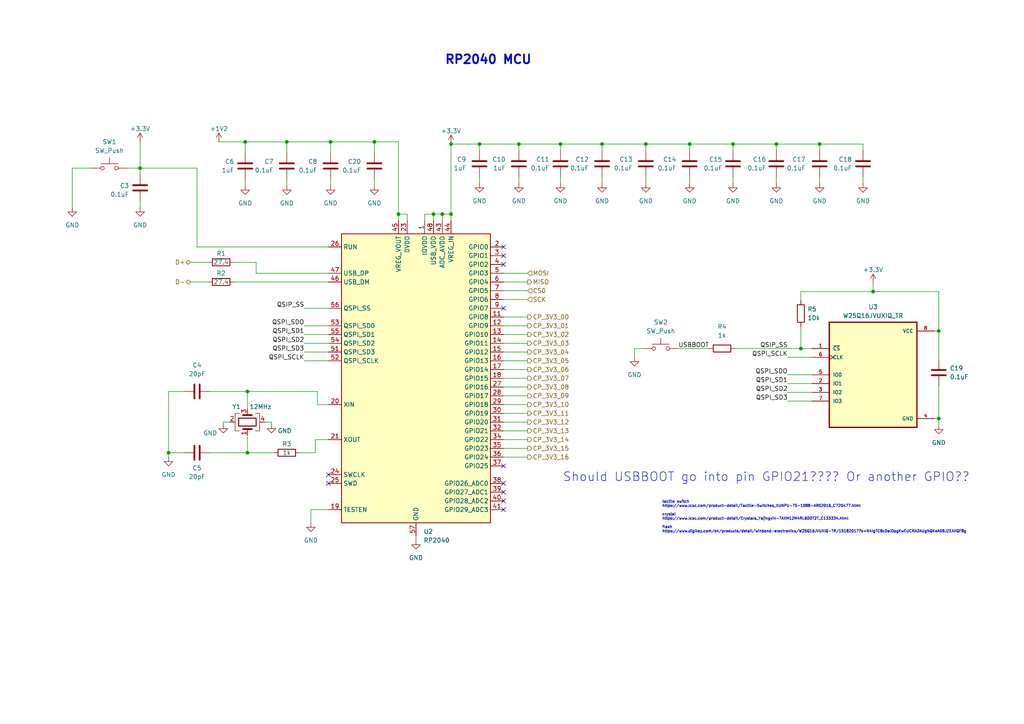
<source format=kicad_sch>
(kicad_sch (version 20250114) (generator "eeschema") (generator_version "9.0")
  (paper "A4")
  (lib_symbols
    (symbol "Device:C" (pin_numbers (hide yes)) (pin_names (offset 0.254))
      (property "Reference" "C" (at 0.635 2.54 0))
      (property "Value" "C" (at 0.635 -2.54 0))
      (symbol "C_0_1"
        (polyline (pts (xy -2.032 0.762) (xy 2.032 0.762)) (stroke (width 0.508)))
        (polyline (pts (xy -2.032 -0.762) (xy 2.032 -0.762)) (stroke (width 0.508)))
      )
      (symbol "C_1_1"
        (pin passive line (at 0 3.81 270) (length 2.794) (name "~") (number "1"))
        (pin passive line (at 0 -3.81 90) (length 2.794) (name "~") (number "2"))
      )
    )
    (symbol "Device:Crystal_GND24" (pin_names (offset 1.016) (hide yes))
      (property "Reference" "Y" (at 3.175 5.08 0))
      (property "Value" "Crystal_GND24" (at 3.175 3.175 0))
      (symbol "Crystal_GND24_0_1"
        (polyline (pts (xy -2.54 2.286) (xy -2.54 3.556) (xy 2.54 3.556) (xy 2.54 2.286)))
        (polyline (pts (xy -2.54 0) (xy -2.032 0)))
        (polyline (pts (xy -2.54 -2.286) (xy -2.54 -3.556) (xy 2.54 -3.556) (xy 2.54 -2.286)))
        (polyline (pts (xy -2.032 -1.27) (xy -2.032 1.27)) (stroke (width 0.508)))
        (rectangle (start -1.143 2.54) (end 1.143 -2.54) (stroke (width 0.3048)))
        (polyline (pts (xy 0 3.556) (xy 0 3.81)))
        (polyline (pts (xy 0 -3.81) (xy 0 -3.556)))
        (polyline (pts (xy 2.032 0) (xy 2.54 0)))
        (polyline (pts (xy 2.032 -1.27) (xy 2.032 1.27)) (stroke (width 0.508)))
      )
      (symbol "Crystal_GND24_1_1"
        (pin passive line (at -3.81 0 0) (length 1.27) (name "1") (number "1"))
        (pin passive line (at 0 5.08 270) (length 1.27) (name "2") (number "2"))
        (pin passive line (at 0 -5.08 90) (length 1.27) (name "4") (number "4"))
        (pin passive line (at 3.81 0 180) (length 1.27) (name "3") (number "3"))
      )
    )
    (symbol "Device:R" (pin_numbers (hide yes)) (pin_names (offset 0))
      (property "Reference" "R" (at 2.032 0 90))
      (property "Value" "R" (at 0 0 90))
      (symbol "R_0_1"
        (rectangle (start -1.016 -2.54) (end 1.016 2.54) (stroke (width 0.254)))
      )
      (symbol "R_1_1"
        (pin passive line (at 0 3.81 270) (length 1.27) (name "~") (number "1"))
        (pin passive line (at 0 -3.81 90) (length 1.27) (name "~") (number "2"))
      )
    )
    (symbol "MCU_RaspberryPi:RP2040"
      (property "Reference" "U" (at 17.78 45.72 0))
      (property "Value" "RP2040" (at 17.78 43.18 0))
      (symbol "RP2040_0_1"
        (rectangle (start -21.59 41.91) (end 21.59 -41.91) (stroke (width 0.254)) (fill (type background)))
      )
      (symbol "RP2040_1_1"
        (pin input line (at -25.4 38.1 0) (length 3.81) (name "RUN") (number "26"))
        (pin bidirectional line (at -25.4 30.48 0) (length 3.81) (name "USB_DP") (number "47"))
        (pin bidirectional line (at -25.4 27.94 0) (length 3.81) (name "USB_DM") (number "46"))
        (pin bidirectional line (at -25.4 20.32 0) (length 3.81) (name "QSPI_SS") (number "56"))
        (pin bidirectional line (at -25.4 15.24 0) (length 3.81) (name "QSPI_SD0") (number "53"))
        (pin bidirectional line (at -25.4 12.7 0) (length 3.81) (name "QSPI_SD1") (number "55"))
        (pin bidirectional line (at -25.4 10.16 0) (length 3.81) (name "QSPI_SD2") (number "54"))
        (pin bidirectional line (at -25.4 7.62 0) (length 3.81) (name "QSPI_SD3") (number "51"))
        (pin output line (at -25.4 5.08 0) (length 3.81) (name "QSPI_SCLK") (number "52"))
        (pin input line (at -25.4 -7.62 0) (length 3.81) (name "XIN") (number "20"))
        (pin passive line (at -25.4 -17.78 0) (length 3.81) (name "XOUT") (number "21"))
        (pin input line (at -25.4 -27.94 0) (length 3.81) (name "SWCLK") (number "24"))
        (pin bidirectional line (at -25.4 -30.48 0) (length 3.81) (name "SWD") (number "25"))
        (pin input line (at -25.4 -38.1 0) (length 3.81) (name "TESTEN") (number "19"))
        (pin power_out line (at -5.08 45.72 270) (length 3.81) (name "VREG_VOUT") (number "45"))
        (pin power_in line (at -2.54 45.72 270) (length 3.81) (name "DVDD") (number "23"))
        (pin passive line (at -2.54 45.72 270) (length 3.81) (hide yes) (name "DVDD") (number "50"))
        (pin power_in line (at 0 -45.72 90) (length 3.81) (name "GND") (number "57"))
        (pin power_in line (at 2.54 45.72 270) (length 3.81) (name "IOVDD") (number "1"))
        (pin passive line (at 2.54 45.72 270) (length 3.81) (hide yes) (name "IOVDD") (number "10"))
        (pin passive line (at 2.54 45.72 270) (length 3.81) (hide yes) (name "IOVDD") (number "22"))
        (pin passive line (at 2.54 45.72 270) (length 3.81) (hide yes) (name "IOVDD") (number "33"))
        (pin passive line (at 2.54 45.72 270) (length 3.81) (hide yes) (name "IOVDD") (number "42"))
        (pin passive line (at 2.54 45.72 270) (length 3.81) (hide yes) (name "IOVDD") (number "49"))
        (pin power_in line (at 5.08 45.72 270) (length 3.81) (name "USB_VDD") (number "48"))
        (pin power_in line (at 7.62 45.72 270) (length 3.81) (name "ADC_AVDD") (number "43"))
        (pin power_in line (at 10.16 45.72 270) (length 3.81) (name "VREG_IN") (number "44"))
        (pin bidirectional line (at 25.4 38.1 180) (length 3.81) (name "GPIO0") (number "2"))
        (pin bidirectional line (at 25.4 35.56 180) (length 3.81) (name "GPIO1") (number "3"))
        (pin bidirectional line (at 25.4 33.02 180) (length 3.81) (name "GPIO2") (number "4"))
        (pin bidirectional line (at 25.4 30.48 180) (length 3.81) (name "GPIO3") (number "5"))
        (pin bidirectional line (at 25.4 27.94 180) (length 3.81) (name "GPIO4") (number "6"))
        (pin bidirectional line (at 25.4 25.4 180) (length 3.81) (name "GPIO5") (number "7"))
        (pin bidirectional line (at 25.4 22.86 180) (length 3.81) (name "GPIO6") (number "8"))
        (pin bidirectional line (at 25.4 20.32 180) (length 3.81) (name "GPIO7") (number "9"))
        (pin bidirectional line (at 25.4 17.78 180) (length 3.81) (name "GPIO8") (number "11"))
        (pin bidirectional line (at 25.4 15.24 180) (length 3.81) (name "GPIO9") (number "12"))
        (pin bidirectional line (at 25.4 12.7 180) (length 3.81) (name "GPIO10") (number "13"))
        (pin bidirectional line (at 25.4 10.16 180) (length 3.81) (name "GPIO11") (number "14"))
        (pin bidirectional line (at 25.4 7.62 180) (length 3.81) (name "GPIO12") (number "15"))
        (pin bidirectional line (at 25.4 5.08 180) (length 3.81) (name "GPIO13") (number "16"))
        (pin bidirectional line (at 25.4 2.54 180) (length 3.81) (name "GPIO14") (number "17"))
        (pin bidirectional line (at 25.4 0 180) (length 3.81) (name "GPIO15") (number "18"))
        (pin bidirectional line (at 25.4 -2.54 180) (length 3.81) (name "GPIO16") (number "27"))
        (pin bidirectional line (at 25.4 -5.08 180) (length 3.81) (name "GPIO17") (number "28"))
        (pin bidirectional line (at 25.4 -7.62 180) (length 3.81) (name "GPIO18") (number "29"))
        (pin bidirectional line (at 25.4 -10.16 180) (length 3.81) (name "GPIO19") (number "30"))
        (pin bidirectional line (at 25.4 -12.7 180) (length 3.81) (name "GPIO20") (number "31"))
        (pin bidirectional line (at 25.4 -15.24 180) (length 3.81) (name "GPIO21") (number "32"))
        (pin bidirectional line (at 25.4 -17.78 180) (length 3.81) (name "GPIO22") (number "34"))
        (pin bidirectional line (at 25.4 -20.32 180) (length 3.81) (name "GPIO23") (number "35"))
        (pin bidirectional line (at 25.4 -22.86 180) (length 3.81) (name "GPIO24") (number "36"))
        (pin bidirectional line (at 25.4 -25.4 180) (length 3.81) (name "GPIO25") (number "37"))
        (pin bidirectional line (at 25.4 -30.48 180) (length 3.81) (name "GPIO26_ADC0") (number "38"))
        (pin bidirectional line (at 25.4 -33.02 180) (length 3.81) (name "GPIO27_ADC1") (number "39"))
        (pin bidirectional line (at 25.4 -35.56 180) (length 3.81) (name "GPIO28_ADC2") (number "40"))
        (pin bidirectional line (at 25.4 -38.1 180) (length 3.81) (name "GPIO29_ADC3") (number "41"))
      )
    )
    (symbol "Switch:SW_Push" (pin_numbers (hide yes)) (pin_names (offset 1.016) (hide yes))
      (property "Reference" "SW" (at 1.27 2.54 0))
      (property "Value" "SW_Push" (at 0 -1.524 0))
      (symbol "SW_Push_0_1"
        (circle (center -2.032 0) (radius 0.508))
        (polyline (pts (xy 0 1.27) (xy 0 3.048)))
        (circle (center 2.032 0) (radius 0.508))
        (polyline (pts (xy 2.54 1.27) (xy -2.54 1.27)))
        (pin passive line (at -5.08 0 0) (length 2.54) (name "1") (number "1"))
        (pin passive line (at 5.08 0 180) (length 2.54) (name "2") (number "2"))
      )
    )
    (symbol "panel_custom:W25Q16JVUXIQ_TR" (pin_names (offset 1.016))
      (property "Reference" "U" (at -12.7 16.24 0))
      (property "Value" "W25Q16JVUXIQ_TR" (at -12.7 -19.24 0))
      (symbol "W25Q16JVUXIQ_TR_0_0"
        (rectangle (start -12.7 -15.24) (end 12.7 15.24) (stroke (width 0.41)) (fill (type background)))
        (pin input line (at -17.78 7.62 0) (length 5.08) (name "~{CS}") (number "1"))
        (pin input clock (at -17.78 5.08 0) (length 5.08) (name "CLK") (number "6"))
        (pin bidirectional line (at -17.78 0 0) (length 5.08) (name "IO0") (number "5"))
        (pin bidirectional line (at -17.78 -2.54 0) (length 5.08) (name "IO1") (number "2"))
        (pin bidirectional line (at -17.78 -5.08 0) (length 5.08) (name "IO2") (number "3"))
        (pin bidirectional line (at -17.78 -7.62 0) (length 5.08) (name "IO3") (number "7"))
        (pin power_in line (at 17.78 12.7 180) (length 5.08) (name "VCC") (number "8"))
        (pin power_in line (at 17.78 -12.7 180) (length 5.08) (name "GND") (number "4"))
      )
    )
    (symbol "power:+1V2" (power) (pin_names (offset 0))
      (property "Value" "+1V2" (at 0 3.556 0))
      (symbol "+1V2_0_1"
        (polyline (pts (xy -0.762 1.27) (xy 0 2.54)))
        (polyline (pts (xy 0 2.54) (xy 0.762 1.27)))
        (polyline (pts (xy 0 0) (xy 0 2.54)))
      )
      (symbol "+1V2_1_1"
        (pin power_in line (at 0 0 90) (length 0) (hide yes) (name "+1V2") (number "1"))
      )
    )
    (symbol "power:+3.3V" (power) (pin_names (offset 0))
      (property "Value" "+3.3V" (at 0 3.556 0))
      (symbol "+3.3V_0_1"
        (polyline (pts (xy -0.762 1.27) (xy 0 2.54)))
        (polyline (pts (xy 0 2.54) (xy 0.762 1.27)))
        (polyline (pts (xy 0 0) (xy 0 2.54)))
      )
      (symbol "+3.3V_1_1"
        (pin power_in line (at 0 0 90) (length 0) (hide yes) (name "+3.3V") (number "1"))
      )
    )
    (symbol "power:GND" (power) (pin_names (offset 0))
      (property "Value" "GND" (at 0 -3.81 0))
      (symbol "GND_0_1"
        (polyline (pts (xy 0 0) (xy 0 -1.27) (xy 1.27 -1.27) (xy 0 -2.54) (xy -1.27 -1.27) (xy 0 -1.27)))
      )
      (symbol "GND_1_1"
        (pin power_in line (at 0 0 270) (length 0) (hide yes) (name "GND") (number "1"))
      )
    )
  )
  (text "RP2040 MCU" (at 128.905 18.923 0) (effects (font (size 2.54 2.54) (thickness 0.508) (bold yes)) (justify left bottom)))
  (text "tactile switch\nhttps://www.lcsc.com/product-detail/Tactile-Switches_XUNPU-TS-1088-AR02016_C720477.html\n\ncrystal\nhttps://www.lcsc.com/product-detail/Crystals_Yajingxin-TAXM12M4RLBDDT2T_C133334.html\n\nflash\nhttps://www.digikey.com/en/products/detail/winbond-electronics/W25Q16JVUXIQ-TR/15182017?s=N4IgTCBcDaIOpgKwEUCMA2AUgNQKoA0BJZEAXQF8g" (at 192.024 154.686 0) (effects (font (size 0.762 0.762)) (justify left bottom)))
  (text "Should USBBOOT go into pin GPIO21???? Or another GPIO??" (at 163.195 139.954 0) (effects (font (size 2.54 2.54)) (justify left bottom)))
  (junction (at 130.81 41.783))
  (junction (at 139.065 41.783))
  (junction (at 150.495 41.783))
  (junction (at 272.288 96.012))
  (junction (at 212.598 41.783))
  (junction (at 71.755 131.318))
  (junction (at 162.56 41.783))
  (junction (at 71.12 41.148))
  (junction (at 187.325 41.783))
  (junction (at 225.171 41.783))
  (junction (at 237.744 41.783))
  (junction (at 130.81 62.103))
  (junction (at 48.895 131.318))
  (junction (at 83.185 41.148))
  (junction (at 174.625 41.783))
  (junction (at 71.755 113.538))
  (junction (at 232.283 101.092))
  (junction (at 95.885 41.148))
  (junction (at 40.64 48.768))
  (junction (at 200.025 41.783))
  (junction (at 108.585 41.148))
  (junction (at 272.288 121.412))
  (junction (at 128.27 62.103))
  (junction (at 115.57 62.103))
  (junction (at 125.73 62.103))
  (junction (at 253.238 84.582))
  (no_connect (at 146.05 135.128))
  (no_connect (at 95.25 140.208))
  (no_connect (at 146.05 76.708))
  (no_connect (at 146.05 71.628))
  (no_connect (at 146.05 74.168))
  (no_connect (at 146.05 89.408))
  (no_connect (at 146.05 140.208))
  (no_connect (at 146.05 147.828))
  (no_connect (at 95.25 137.668))
  (no_connect (at 146.05 145.288))
  (no_connect (at 146.05 142.748))
  (wire (pts (xy 139.065 41.783) (xy 150.495 41.783)))
  (wire (pts (xy 162.56 41.783) (xy 162.56 43.688)))
  (wire (pts (xy 71.755 131.318) (xy 71.755 126.238)))
  (wire (pts (xy 130.81 62.103) (xy 128.27 62.103)))
  (wire (pts (xy 66.675 122.428) (xy 64.77 122.428)))
  (wire (pts (xy 146.05 86.868) (xy 153.035 86.868)))
  (wire (pts (xy 90.17 147.828) (xy 90.17 151.638)))
  (wire (pts (xy 187.325 41.783) (xy 187.325 43.688)))
  (wire (pts (xy 146.05 81.788) (xy 153.035 81.788)))
  (wire (pts (xy 200.025 51.308) (xy 200.025 53.213)))
  (wire (pts (xy 174.625 41.783) (xy 174.625 43.688)))
  (wire (pts (xy 40.64 41.148) (xy 40.64 48.768)))
  (wire (pts (xy 76.835 122.428) (xy 78.74 122.428)))
  (wire (pts (xy 228.473 111.252) (xy 235.458 111.252)))
  (wire (pts (xy 146.05 104.648) (xy 153.035 104.648)))
  (wire (pts (xy 71.755 131.318) (xy 79.375 131.318)))
  (wire (pts (xy 83.185 51.943) (xy 83.185 53.848)))
  (wire (pts (xy 146.05 79.248) (xy 153.035 79.248)))
  (wire (pts (xy 74.295 79.248) (xy 95.25 79.248)))
  (wire (pts (xy 146.05 130.048) (xy 153.035 130.048)))
  (wire (pts (xy 88.265 104.648) (xy 95.25 104.648)))
  (wire (pts (xy 130.81 41.783) (xy 130.81 62.103)))
  (wire (pts (xy 253.238 82.042) (xy 253.238 84.582)))
  (wire (pts (xy 162.56 51.308) (xy 162.56 53.213)))
  (wire (pts (xy 108.585 44.323) (xy 108.585 41.148)))
  (wire (pts (xy 48.895 113.538) (xy 48.895 131.318)))
  (wire (pts (xy 40.64 48.768) (xy 57.15 48.768)))
  (wire (pts (xy 60.96 113.538) (xy 71.755 113.538)))
  (wire (pts (xy 36.83 48.768) (xy 40.64 48.768)))
  (wire (pts (xy 40.64 48.768) (xy 40.64 50.673)))
  (wire (pts (xy 232.283 94.742) (xy 232.283 101.092)))
  (wire (pts (xy 212.598 51.308) (xy 212.598 53.213)))
  (wire (pts (xy 95.885 44.323) (xy 95.885 41.148)))
  (wire (pts (xy 120.65 155.448) (xy 120.65 156.718)))
  (wire (pts (xy 78.74 122.428) (xy 78.74 123.063)))
  (wire (pts (xy 118.11 62.103) (xy 115.57 62.103)))
  (wire (pts (xy 40.64 58.293) (xy 40.64 60.198)))
  (wire (pts (xy 146.05 107.188) (xy 153.035 107.188)))
  (wire (pts (xy 48.895 131.318) (xy 48.895 132.588)))
  (wire (pts (xy 74.295 76.073) (xy 67.945 76.073)))
  (wire (pts (xy 212.598 41.783) (xy 212.598 43.688)))
  (wire (pts (xy 130.81 41.783) (xy 139.065 41.783)))
  (wire (pts (xy 71.12 41.148) (xy 71.12 44.323)))
  (wire (pts (xy 272.288 121.412) (xy 272.288 123.317)))
  (wire (pts (xy 88.265 94.488) (xy 95.25 94.488)))
  (wire (pts (xy 187.325 41.783) (xy 200.025 41.783)))
  (wire (pts (xy 71.755 113.538) (xy 71.755 118.618)))
  (wire (pts (xy 232.283 101.092) (xy 235.458 101.092)))
  (wire (pts (xy 71.12 51.943) (xy 71.12 53.848)))
  (wire (pts (xy 88.265 102.108) (xy 95.25 102.108)))
  (wire (pts (xy 174.625 41.783) (xy 187.325 41.783)))
  (wire (pts (xy 272.288 96.012) (xy 271.018 96.012)))
  (wire (pts (xy 253.238 84.582) (xy 272.288 84.582)))
  (wire (pts (xy 272.288 111.887) (xy 272.288 121.412)))
  (wire (pts (xy 150.495 41.783) (xy 162.56 41.783)))
  (wire (pts (xy 123.19 64.008) (xy 123.19 62.103)))
  (wire (pts (xy 146.05 94.488) (xy 153.035 94.488)))
  (wire (pts (xy 146.05 109.728) (xy 153.035 109.728)))
  (wire (pts (xy 146.05 97.028) (xy 153.035 97.028)))
  (wire (pts (xy 60.96 131.318) (xy 71.755 131.318)))
  (wire (pts (xy 146.05 114.808) (xy 153.035 114.808)))
  (wire (pts (xy 146.05 124.968) (xy 153.035 124.968)))
  (wire (pts (xy 74.295 76.073) (xy 74.295 79.248)))
  (wire (pts (xy 250.317 51.308) (xy 250.317 53.213)))
  (wire (pts (xy 63.5 41.148) (xy 71.12 41.148)))
  (wire (pts (xy 55.245 76.073) (xy 60.325 76.073)))
  (wire (pts (xy 64.77 122.428) (xy 64.77 123.063)))
  (wire (pts (xy 95.25 147.828) (xy 90.17 147.828)))
  (wire (pts (xy 186.563 101.092) (xy 184.023 101.092)))
  (wire (pts (xy 237.744 41.783) (xy 237.744 43.688)))
  (wire (pts (xy 228.473 108.712) (xy 235.458 108.712)))
  (wire (pts (xy 83.185 41.148) (xy 95.885 41.148)))
  (wire (pts (xy 150.495 51.308) (xy 150.495 53.213)))
  (wire (pts (xy 139.065 41.783) (xy 139.065 43.688)))
  (wire (pts (xy 200.025 41.783) (xy 212.598 41.783)))
  (wire (pts (xy 88.265 97.028) (xy 95.25 97.028)))
  (wire (pts (xy 83.185 41.148) (xy 83.185 44.323)))
  (wire (pts (xy 272.288 84.582) (xy 272.288 96.012)))
  (wire (pts (xy 237.744 41.783) (xy 250.317 41.783)))
  (wire (pts (xy 108.585 51.943) (xy 108.585 53.848)))
  (wire (pts (xy 228.473 113.792) (xy 235.458 113.792)))
  (wire (pts (xy 48.895 131.318) (xy 53.34 131.318)))
  (wire (pts (xy 91.44 131.318) (xy 91.44 127.508)))
  (wire (pts (xy 95.885 41.148) (xy 108.585 41.148)))
  (wire (pts (xy 146.05 132.588) (xy 153.035 132.588)))
  (wire (pts (xy 272.288 96.012) (xy 272.288 104.267)))
  (wire (pts (xy 272.288 121.412) (xy 271.018 121.412)))
  (wire (pts (xy 146.05 112.268) (xy 153.035 112.268)))
  (wire (pts (xy 146.05 122.428) (xy 153.035 122.428)))
  (wire (pts (xy 184.023 101.092) (xy 184.023 103.632)))
  (wire (pts (xy 232.283 87.122) (xy 232.283 84.582)))
  (wire (pts (xy 250.317 41.783) (xy 250.317 43.688)))
  (wire (pts (xy 225.171 41.783) (xy 237.744 41.783)))
  (wire (pts (xy 57.15 71.628) (xy 95.25 71.628)))
  (wire (pts (xy 187.325 51.308) (xy 187.325 53.213)))
  (wire (pts (xy 91.44 127.508) (xy 95.25 127.508)))
  (wire (pts (xy 139.065 51.308) (xy 139.065 53.213)))
  (wire (pts (xy 55.245 81.788) (xy 60.325 81.788)))
  (wire (pts (xy 146.05 84.328) (xy 153.035 84.328)))
  (wire (pts (xy 86.995 131.318) (xy 91.44 131.318)))
  (wire (pts (xy 225.171 41.783) (xy 225.171 43.688)))
  (wire (pts (xy 196.723 101.092) (xy 205.613 101.092)))
  (wire (pts (xy 162.56 41.783) (xy 174.625 41.783)))
  (wire (pts (xy 228.473 116.332) (xy 235.458 116.332)))
  (wire (pts (xy 213.233 101.092) (xy 232.283 101.092)))
  (wire (pts (xy 128.27 62.103) (xy 128.27 64.008)))
  (wire (pts (xy 20.955 48.768) (xy 20.955 60.198)))
  (wire (pts (xy 174.625 51.308) (xy 174.625 53.213)))
  (wire (pts (xy 146.05 117.348) (xy 153.035 117.348)))
  (wire (pts (xy 128.27 62.103) (xy 125.73 62.103)))
  (wire (pts (xy 88.265 99.568) (xy 95.25 99.568)))
  (wire (pts (xy 115.57 62.103) (xy 115.57 64.008)))
  (wire (pts (xy 146.05 119.888) (xy 153.035 119.888)))
  (wire (pts (xy 237.744 51.308) (xy 237.744 53.213)))
  (wire (pts (xy 118.11 64.008) (xy 118.11 62.103)))
  (wire (pts (xy 115.57 41.148) (xy 115.57 62.103)))
  (wire (pts (xy 71.12 41.148) (xy 83.185 41.148)))
  (wire (pts (xy 71.755 113.538) (xy 92.075 113.538)))
  (wire (pts (xy 108.585 41.148) (xy 115.57 41.148)))
  (wire (pts (xy 125.73 62.103) (xy 125.73 64.008)))
  (wire (pts (xy 57.15 48.768) (xy 57.15 71.628)))
  (wire (pts (xy 123.19 62.103) (xy 125.73 62.103)))
  (wire (pts (xy 228.473 103.632) (xy 235.458 103.632)))
  (wire (pts (xy 92.075 117.348) (xy 95.25 117.348)))
  (wire (pts (xy 92.075 113.538) (xy 92.075 117.348)))
  (wire (pts (xy 212.598 41.783) (xy 225.171 41.783)))
  (wire (pts (xy 130.81 64.008) (xy 130.81 62.103)))
  (wire (pts (xy 95.885 51.943) (xy 95.885 53.848)))
  (wire (pts (xy 146.05 91.948) (xy 153.035 91.948)))
  (wire (pts (xy 26.67 48.768) (xy 20.955 48.768)))
  (wire (pts (xy 88.265 89.408) (xy 95.25 89.408)))
  (wire (pts (xy 150.495 41.783) (xy 150.495 43.688)))
  (wire (pts (xy 232.283 84.582) (xy 253.238 84.582)))
  (wire (pts (xy 146.05 127.508) (xy 153.035 127.508)))
  (wire (pts (xy 225.171 51.308) (xy 225.171 53.213)))
  (wire (pts (xy 67.945 81.788) (xy 95.25 81.788)))
  (wire (pts (xy 200.025 41.783) (xy 200.025 43.688)))
  (wire (pts (xy 53.34 113.538) (xy 48.895 113.538)))
  (wire (pts (xy 146.05 102.108) (xy 153.035 102.108)))
  (wire (pts (xy 146.05 99.568) (xy 153.035 99.568)))
  (label "QSPI_SD2" (at 88.265 99.568 180))
  (label "QSPI_SD1" (at 88.265 97.028 180))
  (label "QSPI_SD1" (at 228.473 111.252 180))
  (label "QSPI_SD3" (at 228.473 116.332 180))
  (label "QSPI_SD2" (at 228.473 113.792 180))
  (label "QSPI_SCLK" (at 88.265 104.648 180))
  (label "QSPI_SDO" (at 228.473 108.712 180))
  (label "QSIP_SS" (at 88.265 89.408 180))
  (label "QSPI_SCLK" (at 228.473 103.632 180))
  (label "QSPI_SD3" (at 88.265 102.108 180))
  (label "USBBOOT" (at 196.723 101.092 0))
  (label "QSPI_SDO" (at 88.265 94.488 180))
  (label "QSIP_SS" (at 228.473 101.092 180))
  (hierarchical_label "CP_3V3_05" (shape output) (at 153.035 104.648 0))
  (hierarchical_label "CS0" (shape input) (at 153.035 84.328 0))
  (hierarchical_label "MOSI" (shape input) (at 153.035 79.248 0))
  (hierarchical_label "CP_3V3_01" (shape output) (at 153.035 94.488 0))
  (hierarchical_label "CP_3V3_07" (shape output) (at 153.035 109.728 0))
  (hierarchical_label "CP_3V3_04" (shape output) (at 153.035 102.108 0))
  (hierarchical_label "MISO" (shape output) (at 153.035 81.788 0))
  (hierarchical_label "CP_3V3_12" (shape output) (at 153.035 122.428 0))
  (hierarchical_label "CP_3V3_11" (shape output) (at 153.035 119.888 0))
  (hierarchical_label "CP_3V3_15" (shape output) (at 153.035 130.048 0))
  (hierarchical_label "SCK" (shape input) (at 153.035 86.868 0))
  (hierarchical_label "CP_3V3_13" (shape output) (at 153.035 124.968 0))
  (hierarchical_label "CP_3V3_09" (shape output) (at 153.035 114.808 0))
  (hierarchical_label "CP_3V3_00" (shape output) (at 153.035 91.948 0))
  (hierarchical_label "CP_3V3_10" (shape output) (at 153.035 117.348 0))
  (hierarchical_label "CP_3V3_03" (shape output) (at 153.035 99.568 0))
  (hierarchical_label "CP_3V3_06" (shape output) (at 153.035 107.188 0))
  (hierarchical_label "CP_3V3_16" (shape output) (at 153.035 132.588 0))
  (hierarchical_label "CP_3V3_08" (shape output) (at 153.035 112.268 0))
  (hierarchical_label "D-" (shape bidirectional) (at 55.245 81.788 180))
  (hierarchical_label "CP_3V3_02" (shape output) (at 153.035 97.028 0))
  (hierarchical_label "D+" (shape bidirectional) (at 55.245 76.073 180))
  (hierarchical_label "CP_3V3_14" (shape output) (at 153.035 127.508 0))
  (symbol (lib_id "power:GND") (at 48.895 132.588 0) (unit 1)
    (property "Reference" "#PWR0108" (effects (hide yes)))
    (property "Value" "GND" (at 48.895 137.668 0))
  )
  (symbol (lib_id "Device:C") (at 187.325 47.498 0) (mirror x) (unit 1)
    (property "Reference" "C13" (at 183.515 46.228 0) (effects (justify right)))
    (property "Value" "0.1uF" (at 183.515 48.768 0) (effects (justify right)))
    (property "Footprint" "panel_custom:C_0201_0603Metric" (effects (hide yes)))
  )
  (symbol (lib_id "Device:C") (at 212.598 47.498 0) (mirror x) (unit 1)
    (property "Reference" "C15" (at 209.55 46.228 0) (effects (justify right)))
    (property "Value" "0.1uF" (at 209.55 48.768 0) (effects (justify right)))
    (property "Footprint" "panel_custom:C_0201_0603Metric" (effects (hide yes)))
  )
  (symbol (lib_id "Device:C") (at 95.885 48.133 0) (mirror x) (unit 1)
    (property "Reference" "C8" (at 92.075 46.863 0) (effects (justify right)))
    (property "Value" "0.1uF" (at 92.075 49.403 0) (effects (justify right)))
    (property "Footprint" "panel_custom:C_0201_0603Metric" (effects (hide yes)))
  )
  (symbol (lib_id "power:GND") (at 237.744 53.213 0) (unit 1)
    (property "Reference" "#PWR059" (effects (hide yes)))
    (property "Value" "GND" (at 237.744 58.293 0))
  )
  (symbol (lib_id "Switch:SW_Push") (at 191.643 101.092 0) (mirror y) (unit 1)
    (property "Reference" "SW2" (at 191.643 93.472 0))
    (property "Value" "SW_Push" (at 191.643 96.012 0))
    (property "Footprint" "panel_custom:TS-1088-AR02016" (effects (hide yes)))
  )
  (symbol (lib_id "power:GND") (at 20.955 60.198 0) (unit 1)
    (property "Reference" "#PWR0110" (effects (hide yes)))
    (property "Value" "GND" (at 20.955 65.278 0))
  )
  (symbol (lib_id "power:+3.3V") (at 40.64 41.148 0) (mirror y) (unit 1)
    (property "Reference" "#PWR0111" (effects (hide yes)))
    (property "Value" "+3.3V" (at 40.64 37.338 0))
  )
  (symbol (lib_id "power:GND") (at 78.74 123.063 0) (mirror y) (unit 1)
    (property "Reference" "#PWR056" (effects (hide yes)))
    (property "Value" "GND" (at 82.55 124.968 0))
  )
  (symbol (lib_id "power:GND") (at 272.288 123.317 0) (mirror y) (unit 1)
    (property "Reference" "#PWR0115" (effects (hide yes)))
    (property "Value" "GND" (at 272.288 128.397 0))
  )
  (symbol (lib_id "power:GND") (at 95.885 53.848 0) (unit 1)
    (property "Reference" "#PWR0121" (effects (hide yes)))
    (property "Value" "GND" (at 95.885 58.928 0))
  )
  (symbol (lib_id "Device:C") (at 174.625 47.498 0) (mirror x) (unit 1)
    (property "Reference" "C12" (at 170.815 46.228 0) (effects (justify right)))
    (property "Value" "0.1uF" (at 170.815 48.768 0) (effects (justify right)))
    (property "Footprint" "panel_custom:C_0201_0603Metric" (effects (hide yes)))
  )
  (symbol (lib_id "Device:C") (at 139.065 47.498 0) (mirror x) (unit 1)
    (property "Reference" "C9" (at 135.255 46.228 0) (effects (justify right)))
    (property "Value" "1uF" (at 135.255 48.768 0) (effects (justify right)))
    (property "Footprint" "panel_custom:C_0201_0603Metric" (effects (hide yes)))
  )
  (symbol (lib_id "Device:R") (at 64.135 81.788 90) (unit 1)
    (property "Reference" "R2" (at 64.135 79.248 90))
    (property "Value" "27.4" (at 64.135 81.788 90))
    (property "Footprint" "panel_custom:R_0201_0603Metric" (effects (hide yes)))
  )
  (symbol (lib_id "Device:Crystal_GND24") (at 71.755 122.428 90) (unit 1)
    (property "Reference" "Y1" (at 68.58 117.983 90))
    (property "Value" "12MHz" (at 75.565 117.983 90))
    (property "Footprint" "panel_custom:Crystal_SMD_3225-4Pin_3.2x2.5mm" (effects (hide yes)))
  )
  (symbol (lib_id "power:GND") (at 71.12 53.848 0) (unit 1)
    (property "Reference" "#PWR0119" (effects (hide yes)))
    (property "Value" "GND" (at 71.12 58.928 0))
  )
  (symbol (lib_id "power:GND") (at 250.317 53.213 0) (unit 1)
    (property "Reference" "#PWR060" (effects (hide yes)))
    (property "Value" "GND" (at 250.317 58.293 0))
  )
  (symbol (lib_id "Switch:SW_Push") (at 31.75 48.768 0) (mirror y) (unit 1)
    (property "Reference" "SW1" (at 31.75 41.148 0))
    (property "Value" "SW_Push" (at 31.75 43.688 0))
    (property "Footprint" "panel_custom:TS-1088-AR02016" (effects (hide yes)))
  )
  (symbol (lib_id "power:GND") (at 139.065 53.213 0) (unit 1)
    (property "Reference" "#PWR0122" (effects (hide yes)))
    (property "Value" "GND" (at 139.065 58.293 0))
  )
  (symbol (lib_id "Device:C") (at 237.744 47.498 0) (mirror x) (unit 1)
    (property "Reference" "C17" (at 233.68 46.228 0) (effects (justify right)))
    (property "Value" "0.1uF" (at 233.68 48.768 0) (effects (justify right)))
    (property "Footprint" "panel_custom:C_0201_0603Metric" (effects (hide yes)))
  )
  (symbol (lib_id "power:GND") (at 162.56 53.213 0) (unit 1)
    (property "Reference" "#PWR0124" (effects (hide yes)))
    (property "Value" "GND" (at 162.56 58.293 0))
  )
  (symbol (lib_id "Device:C") (at 225.171 47.498 0) (mirror x) (unit 1)
    (property "Reference" "C16" (at 222.25 46.228 0) (effects (justify right)))
    (property "Value" "0.1uF" (at 222.25 48.768 0) (effects (justify right)))
    (property "Footprint" "panel_custom:C_0201_0603Metric" (effects (hide yes)))
  )
  (symbol (lib_id "power:+3.3V") (at 253.238 82.042 0) (mirror y) (unit 1)
    (property "Reference" "#PWR0116" (effects (hide yes)))
    (property "Value" "+3.3V" (at 253.238 78.232 0))
  )
  (symbol (lib_id "Device:R") (at 83.185 131.318 90) (mirror x) (unit 1)
    (property "Reference" "R3" (at 83.185 128.778 90))
    (property "Value" "1k" (at 83.185 131.318 90))
    (property "Footprint" "panel_custom:R_0201_0603Metric" (effects (hide yes)))
  )
  (symbol (lib_id "Device:C") (at 71.12 48.133 0) (mirror x) (unit 1)
    (property "Reference" "C6" (at 67.945 46.863 0) (effects (justify right)))
    (property "Value" "1uF" (at 67.945 49.403 0) (effects (justify right)))
    (property "Footprint" "panel_custom:C_0201_0603Metric" (effects (hide yes)))
  )
  (symbol (lib_id "Device:R") (at 209.423 101.092 90) (mirror x) (unit 1)
    (property "Reference" "R4" (at 209.423 94.742 90))
    (property "Value" "1k" (at 209.423 97.282 90))
    (property "Footprint" "panel_custom:R_0201_0603Metric" (effects (hide yes)))
  )
  (symbol (lib_id "power:GND") (at 184.023 103.632 0) (mirror y) (unit 1)
    (property "Reference" "#PWR0118" (effects (hide yes)))
    (property "Value" "GND" (at 184.023 108.712 0))
  )
  (symbol (lib_id "power:GND") (at 174.625 53.213 0) (unit 1)
    (property "Reference" "#PWR0125" (effects (hide yes)))
    (property "Value" "GND" (at 174.625 58.293 0))
  )
  (symbol (lib_id "power:+3.3V") (at 130.81 41.783 0) (mirror y) (unit 1)
    (property "Reference" "#PWR0113" (effects (hide yes)))
    (property "Value" "+3.3V" (at 130.81 37.973 0))
  )
  (symbol (lib_id "power:GND") (at 200.025 53.213 0) (unit 1)
    (property "Reference" "#PWR0127" (effects (hide yes)))
    (property "Value" "GND" (at 200.025 58.293 0))
  )
  (symbol (lib_id "power:GND") (at 40.64 60.198 0) (unit 1)
    (property "Reference" "#PWR0112" (effects (hide yes)))
    (property "Value" "GND" (at 40.64 65.278 0))
  )
  (symbol (lib_id "Device:C") (at 150.495 47.498 0) (mirror x) (unit 1)
    (property "Reference" "C10" (at 146.685 46.228 0) (effects (justify right)))
    (property "Value" "1uF" (at 146.685 48.768 0) (effects (justify right)))
    (property "Footprint" "panel_custom:C_0201_0603Metric" (effects (hide yes)))
  )
  (symbol (lib_id "panel_custom:W25Q16JVUXIQ_TR") (at 253.238 108.712 0) (unit 1)
    (property "Reference" "U3" (at 253.238 89.027 0))
    (property "Value" "W25Q16JVUXIQ_TR" (at 253.238 91.567 0))
    (property "Footprint" "panel_custom:flashmem_PSON50P300X200X60-9N" (effects (hide yes)))
    (property "Manufacturer" "Winbond" (effects (hide yes)))
    (property "Package" "PSON50P300X200X60-9N" (effects (hide yes)))
  )
  (symbol (lib_id "Device:R") (at 232.283 90.932 0) (mirror y) (unit 1)
    (property "Reference" "R5" (at 234.188 89.662 0) (effects (justify right)))
    (property "Value" "10k" (at 234.188 92.202 0) (effects (justify right)))
    (property "Footprint" "panel_custom:R_0201_0603Metric" (effects (hide yes)))
  )
  (symbol (lib_id "power:GND") (at 225.171 53.213 0) (unit 1)
    (property "Reference" "#PWR058" (effects (hide yes)))
    (property "Value" "GND" (at 225.171 58.293 0))
  )
  (symbol (lib_id "power:GND") (at 150.495 53.213 0) (unit 1)
    (property "Reference" "#PWR0123" (effects (hide yes)))
    (property "Value" "GND" (at 150.495 58.293 0))
  )
  (symbol (lib_id "power:GND") (at 64.77 123.063 0) (mirror y) (unit 1)
    (property "Reference" "#PWR0109" (effects (hide yes)))
    (property "Value" "GND" (at 60.96 125.603 0))
  )
  (symbol (lib_id "power:GND") (at 187.325 53.213 0) (unit 1)
    (property "Reference" "#PWR0126" (effects (hide yes)))
    (property "Value" "GND" (at 187.325 58.293 0))
  )
  (symbol (lib_id "Device:C") (at 83.185 48.133 0) (mirror x) (unit 1)
    (property "Reference" "C7" (at 79.375 46.863 0) (effects (justify right)))
    (property "Value" "0.1uF" (at 79.375 49.403 0) (effects (justify right)))
    (property "Footprint" "panel_custom:C_0201_0603Metric" (effects (hide yes)))
  )
  (symbol (lib_id "Device:C") (at 108.585 48.133 0) (mirror x) (unit 1)
    (property "Reference" "C20" (at 104.775 46.863 0) (effects (justify right)))
    (property "Value" "0.1uF" (at 104.775 49.403 0) (effects (justify right)))
    (property "Footprint" "panel_custom:C_0201_0603Metric" (effects (hide yes)))
  )
  (symbol (lib_id "Device:C") (at 250.317 47.498 0) (mirror x) (unit 1)
    (property "Reference" "C18" (at 247.142 46.228 0) (effects (justify right)))
    (property "Value" "0.1uF" (at 247.142 48.768 0) (effects (justify right)))
    (property "Footprint" "panel_custom:C_0201_0603Metric" (effects (hide yes)))
  )
  (symbol (lib_id "power:GND") (at 120.65 156.718 0) (mirror y) (unit 1)
    (property "Reference" "#PWR0107" (effects (hide yes)))
    (property "Value" "GND" (at 120.65 161.798 0))
  )
  (symbol (lib_id "MCU_RaspberryPi:RP2040") (at 120.65 109.728 0) (unit 1)
    (property "Reference" "U2" (at 122.8441 154.178 0) (effects (justify left)))
    (property "Value" "RP2040" (at 122.8441 156.718 0) (effects (justify left)))
    (property "Footprint" "Package_DFN_QFN:QFN-56-1EP_7x7mm_P0.4mm_EP3.2x3.2mm" (effects (hide yes)))
    (property "Datasheet" "https://datasheets.raspberrypi.com/rp2040/rp2040-datasheet.pdf" (effects (hide yes)))
  )
  (symbol (lib_id "power:GND") (at 212.598 53.213 0) (unit 1)
    (property "Reference" "#PWR057" (effects (hide yes)))
    (property "Value" "GND" (at 212.598 58.293 0))
  )
  (symbol (lib_id "Device:C") (at 200.025 47.498 0) (mirror x) (unit 1)
    (property "Reference" "C14" (at 196.215 46.228 0) (effects (justify right)))
    (property "Value" "0.1uF" (at 196.215 48.768 0) (effects (justify right)))
    (property "Footprint" "panel_custom:C_0201_0603Metric" (effects (hide yes)))
  )
  (symbol (lib_id "power:+1V2") (at 63.5 41.148 0) (unit 1)
    (property "Reference" "#PWR0114" (effects (hide yes)))
    (property "Value" "+1V2" (at 63.5 37.338 0))
  )
  (symbol (lib_id "Device:C") (at 162.56 47.498 0) (mirror x) (unit 1)
    (property "Reference" "C11" (at 159.385 46.228 0) (effects (justify right)))
    (property "Value" "0.1uF" (at 159.385 48.768 0) (effects (justify right)))
    (property "Footprint" "panel_custom:C_0201_0603Metric" (effects (hide yes)))
  )
  (symbol (lib_id "Device:C") (at 57.15 113.538 270) (unit 1)
    (property "Reference" "C4" (at 57.15 105.918 90))
    (property "Value" "20pF" (at 57.15 108.458 90))
    (property "Footprint" "panel_custom:C_0201_0603Metric" (effects (hide yes)))
  )
  (symbol (lib_id "power:GND") (at 90.17 151.638 0) (mirror y) (unit 1)
    (property "Reference" "#PWR062" (effects (hide yes)))
    (property "Value" "GND" (at 90.17 156.718 0))
  )
  (symbol (lib_id "Device:R") (at 64.135 76.073 90) (unit 1)
    (property "Reference" "R1" (at 64.135 73.533 90))
    (property "Value" "27.4" (at 64.135 76.073 90))
    (property "Footprint" "panel_custom:R_0201_0603Metric" (effects (hide yes)))
  )
  (symbol (lib_id "Device:C") (at 57.15 131.318 270) (unit 1)
    (property "Reference" "C5" (at 57.15 135.763 90))
    (property "Value" "20pF" (at 57.15 138.303 90))
    (property "Footprint" "panel_custom:C_0201_0603Metric" (effects (hide yes)))
  )
  (symbol (lib_id "Device:C") (at 272.288 108.077 180) (unit 1)
    (property "Reference" "C19" (at 275.463 106.807 0) (effects (justify right)))
    (property "Value" "0.1uF" (at 275.463 109.347 0) (effects (justify right)))
    (property "Footprint" "panel_custom:C_0201_0603Metric" (effects (hide yes)))
  )
  (symbol (lib_id "power:GND") (at 108.585 53.848 0) (unit 1)
    (property "Reference" "#PWR061" (effects (hide yes)))
    (property "Value" "GND" (at 108.585 58.928 0))
  )
  (symbol (lib_id "Device:C") (at 40.64 54.483 0) (mirror x) (unit 1)
    (property "Reference" "C3" (at 37.465 53.848 0) (effects (justify right)))
    (property "Value" "0.1uF" (at 37.465 56.388 0) (effects (justify right)))
    (property "Footprint" "panel_custom:C_0201_0603Metric" (effects (hide yes)))
  )
  (symbol (lib_id "power:GND") (at 83.185 53.848 0) (unit 1)
    (property "Reference" "#PWR0120" (effects (hide yes)))
    (property "Value" "GND" (at 83.185 58.928 0))
  )
)
</source>
